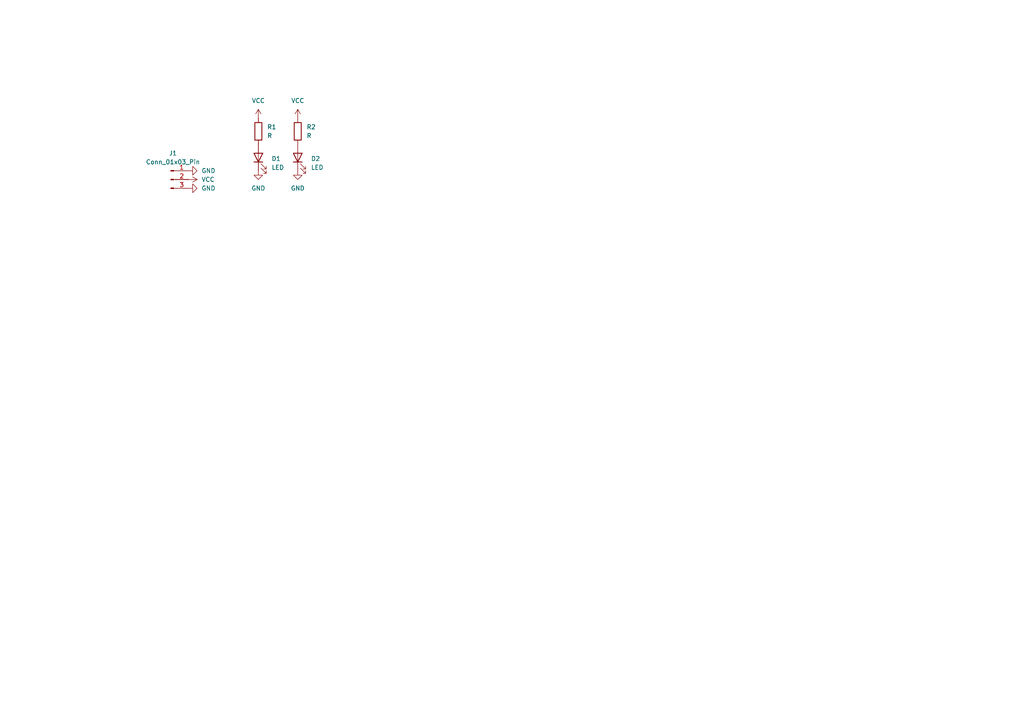
<source format=kicad_sch>
(kicad_sch (version 20231120) (generator "eeschema") (generator_version "8.0")
  (paper "A4")
  (lib_symbols
    (symbol "Connector:Conn_01x03_Pin" (pin_names (offset 1.016) hide)
      (property "Reference" "J" (at 0 5.08 0))
      (property "Value" "Conn_01x03_Pin" (at 0 -5.08 0))
      (symbol "Conn_01x03_Pin_1_1"
        (polyline (pts (xy 1.27 -2.54) (xy 0.8636 -2.54)) (stroke (width 0.1524)))
        (polyline (pts (xy 1.27 0) (xy 0.8636 0)) (stroke (width 0.1524)))
        (polyline (pts (xy 1.27 2.54) (xy 0.8636 2.54)) (stroke (width 0.1524)))
        (rectangle (start 0.8636 -2.413) (end 0 -2.667) (stroke (width 0.1524)) (fill (type outline)))
        (rectangle (start 0.8636 0.127) (end 0 -0.127) (stroke (width 0.1524)) (fill (type outline)))
        (rectangle (start 0.8636 2.667) (end 0 2.413) (stroke (width 0.1524)) (fill (type outline)))
        (pin passive line (at 5.08 2.54 180) (length 3.81) (name "Pin_1") (number "1"))
        (pin passive line (at 5.08 0 180) (length 3.81) (name "Pin_2") (number "2"))
        (pin passive line (at 5.08 -2.54 180) (length 3.81) (name "Pin_3") (number "3"))
      )
    )
    (symbol "Device:LED" (pin_numbers hide) (pin_names (offset 1.016) hide)
      (property "Reference" "D" (at 0 2.54 0))
      (property "Value" "LED" (at 0 -2.54 0))
      (symbol "LED_0_1"
        (polyline (pts (xy -1.27 -1.27) (xy -1.27 1.27)) (stroke (width 0.254)))
        (polyline (pts (xy -1.27 0) (xy 1.27 0)))
        (polyline (pts (xy 1.27 -1.27) (xy 1.27 1.27) (xy -1.27 0) (xy 1.27 -1.27)) (stroke (width 0.254)))
        (polyline (pts (xy -3.048 -0.762) (xy -4.572 -2.286) (xy -3.81 -2.286) (xy -4.572 -2.286) (xy -4.572 -1.524)))
        (polyline (pts (xy -1.778 -0.762) (xy -3.302 -2.286) (xy -2.54 -2.286) (xy -3.302 -2.286) (xy -3.302 -1.524)))
      )
      (symbol "LED_1_1"
        (pin passive line (at -3.81 0 0) (length 2.54) (name "K") (number "1"))
        (pin passive line (at 3.81 0 180) (length 2.54) (name "A") (number "2"))
      )
    )
    (symbol "Device:R" (pin_numbers hide) (pin_names (offset 0))
      (property "Reference" "R" (at 2.032 0 90))
      (property "Value" "R" (at 0 0 90))
      (symbol "R_0_1"
        (rectangle (start -1.016 -2.54) (end 1.016 2.54) (stroke (width 0.254)))
      )
      (symbol "R_1_1"
        (pin passive line (at 0 3.81 270) (length 1.27) (name "~") (number "1"))
        (pin passive line (at 0 -3.81 90) (length 1.27) (name "~") (number "2"))
      )
    )
    (symbol "power:GND" (power) (pin_numbers hide) (pin_names (offset 0) hide)
      (property "Value" "GND" (at 0 -3.81 0))
      (symbol "GND_0_1"
        (polyline (pts (xy 0 0) (xy 0 -1.27) (xy 1.27 -1.27) (xy 0 -2.54) (xy -1.27 -1.27) (xy 0 -1.27)))
      )
      (symbol "GND_1_1"
        (pin power_in line (at 0 0 270) (length 0) (name "~") (number "1"))
      )
    )
    (symbol "power:VCC" (power) (pin_numbers hide) (pin_names (offset 0) hide)
      (property "Value" "VCC" (at 0 3.556 0))
      (symbol "VCC_0_1"
        (polyline (pts (xy -0.762 1.27) (xy 0 2.54)))
        (polyline (pts (xy 0 0) (xy 0 2.54)))
        (polyline (pts (xy 0 2.54) (xy 0.762 1.27)))
      )
      (symbol "VCC_1_1"
        (pin power_in line (at 0 0 90) (length 0) (name "~") (number "1"))
      )
    )
  )
  (symbol (lib_id "power:VCC") (at 54.61 52.07 270) (unit 1)
    (property "Reference" "#PWR03" (effects (hide yes)))
    (property "Value" "VCC" (at 58.42 52.0699 90) (effects (justify left)))
    (property "Description" "Power symbol creates a global label with name \"VCC\"" (effects (hide yes)))
  )
  (symbol (lib_id "power:VCC") (at 86.36 34.29 0) (unit 1)
    (property "Reference" "#PWR07" (effects (hide yes)))
    (property "Value" "VCC" (at 86.36 29.21 0))
    (property "Description" "Power symbol creates a global label with name \"VCC\"" (effects (hide yes)))
  )
  (symbol (lib_id "Device:LED") (at 74.93 45.72 90) (unit 1)
    (property "Reference" "D1" (at 78.74 46.0374 90) (effects (justify right)))
    (property "Value" "LED" (at 78.74 48.5774 90) (effects (justify right)))
    (property "Footprint" "LED_SMD:LED_1206_3216Metric_Pad1.42x1.75mm_HandSolder" (effects (hide yes)))
    (property "Description" "Light emitting diode" (effects (hide yes)))
  )
  (symbol (lib_id "Connector:Conn_01x03_Pin") (at 49.53 52.07 0) (unit 1)
    (property "Reference" "J1" (at 50.165 44.45 0))
    (property "Value" "Conn_01x03_Pin" (at 50.165 46.99 0))
    (property "Footprint" "Connector_PinHeader_1.27mm:PinHeader_1x03_P1.27mm_Vertical" (effects (hide yes)))
    (property "Description" "Generic connector, single row, 01x03, script generated" (effects (hide yes)))
  )
  (symbol (lib_id "Device:R") (at 74.93 38.1 0) (unit 1)
    (property "Reference" "R1" (at 77.47 36.8299 0) (effects (justify left)))
    (property "Value" "R" (at 77.47 39.3699 0) (effects (justify left)))
    (property "Footprint" "Resistor_SMD:R_0603_1608Metric_Pad0.98x0.95mm_HandSolder" (effects (hide yes)))
    (property "Description" "Resistor" (effects (hide yes)))
  )
  (symbol (lib_id "power:GND") (at 54.61 49.53 90) (unit 1)
    (property "Reference" "#PWR02" (effects (hide yes)))
    (property "Value" "GND" (at 58.42 49.5299 90) (effects (justify right)))
    (property "Description" "Power symbol creates a global label with name \"GND\" , ground" (effects (hide yes)))
  )
  (symbol (lib_id "Device:R") (at 86.36 38.1 0) (unit 1)
    (property "Reference" "R2" (at 88.9 36.8299 0) (effects (justify left)))
    (property "Value" "R" (at 88.9 39.3699 0) (effects (justify left)))
    (property "Footprint" "Resistor_SMD:R_0603_1608Metric_Pad0.98x0.95mm_HandSolder" (effects (hide yes)))
    (property "Description" "Resistor" (effects (hide yes)))
  )
  (symbol (lib_id "power:VCC") (at 74.93 34.29 0) (unit 1)
    (property "Reference" "#PWR06" (effects (hide yes)))
    (property "Value" "VCC" (at 74.93 29.21 0))
    (property "Description" "Power symbol creates a global label with name \"VCC\"" (effects (hide yes)))
  )
  (symbol (lib_id "power:GND") (at 86.36 49.53 0) (unit 1)
    (property "Reference" "#PWR05" (effects (hide yes)))
    (property "Value" "GND" (at 86.36 54.61 0))
    (property "Description" "Power symbol creates a global label with name \"GND\" , ground" (effects (hide yes)))
  )
  (symbol (lib_id "power:GND") (at 74.93 49.53 0) (unit 1)
    (property "Reference" "#PWR04" (effects (hide yes)))
    (property "Value" "GND" (at 74.93 54.61 0))
    (property "Description" "Power symbol creates a global label with name \"GND\" , ground" (effects (hide yes)))
  )
  (symbol (lib_id "power:GND") (at 54.61 54.61 90) (unit 1)
    (property "Reference" "#PWR01" (effects (hide yes)))
    (property "Value" "GND" (at 58.42 54.6099 90) (effects (justify right)))
    (property "Description" "Power symbol creates a global label with name \"GND\" , ground" (effects (hide yes)))
  )
  (symbol (lib_id "Device:LED") (at 86.36 45.72 90) (unit 1)
    (property "Reference" "D2" (at 90.17 46.0374 90) (effects (justify right)))
    (property "Value" "LED" (at 90.17 48.5774 90) (effects (justify right)))
    (property "Footprint" "LED_SMD:LED_1206_3216Metric_Pad1.42x1.75mm_HandSolder" (effects (hide yes)))
    (property "Description" "Light emitting diode" (effects (hide yes)))
  )
)
</source>
